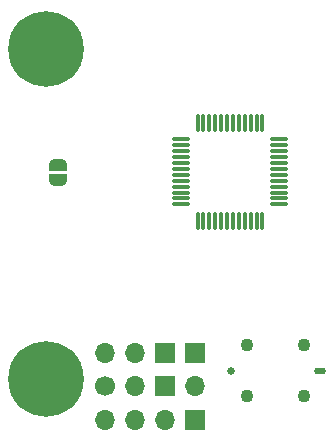
<source format=gbs>
G04 #@! TF.GenerationSoftware,KiCad,Pcbnew,7.0.7*
G04 #@! TF.CreationDate,2023-09-06T22:46:29-07:00*
G04 #@! TF.ProjectId,Memory Board,4d656d6f-7279-4204-926f-6172642e6b69,rev?*
G04 #@! TF.SameCoordinates,Original*
G04 #@! TF.FileFunction,Soldermask,Bot*
G04 #@! TF.FilePolarity,Negative*
%FSLAX46Y46*%
G04 Gerber Fmt 4.6, Leading zero omitted, Abs format (unit mm)*
G04 Created by KiCad (PCBNEW 7.0.7) date 2023-09-06 22:46:29*
%MOMM*%
%LPD*%
G01*
G04 APERTURE LIST*
G04 Aperture macros list*
%AMRoundRect*
0 Rectangle with rounded corners*
0 $1 Rounding radius*
0 $2 $3 $4 $5 $6 $7 $8 $9 X,Y pos of 4 corners*
0 Add a 4 corners polygon primitive as box body*
4,1,4,$2,$3,$4,$5,$6,$7,$8,$9,$2,$3,0*
0 Add four circle primitives for the rounded corners*
1,1,$1+$1,$2,$3*
1,1,$1+$1,$4,$5*
1,1,$1+$1,$6,$7*
1,1,$1+$1,$8,$9*
0 Add four rect primitives between the rounded corners*
20,1,$1+$1,$2,$3,$4,$5,0*
20,1,$1+$1,$4,$5,$6,$7,0*
20,1,$1+$1,$6,$7,$8,$9,0*
20,1,$1+$1,$8,$9,$2,$3,0*%
%AMFreePoly0*
4,1,19,0.500000,-0.750000,0.000000,-0.750000,0.000000,-0.744911,-0.071157,-0.744911,-0.207708,-0.704816,-0.327430,-0.627875,-0.420627,-0.520320,-0.479746,-0.390866,-0.500000,-0.250000,-0.500000,0.250000,-0.479746,0.390866,-0.420627,0.520320,-0.327430,0.627875,-0.207708,0.704816,-0.071157,0.744911,0.000000,0.744911,0.000000,0.750000,0.500000,0.750000,0.500000,-0.750000,0.500000,-0.750000,
$1*%
%AMFreePoly1*
4,1,19,0.000000,0.744911,0.071157,0.744911,0.207708,0.704816,0.327430,0.627875,0.420627,0.520320,0.479746,0.390866,0.500000,0.250000,0.500000,-0.250000,0.479746,-0.390866,0.420627,-0.520320,0.327430,-0.627875,0.207708,-0.704816,0.071157,-0.744911,0.000000,-0.744911,0.000000,-0.750000,-0.500000,-0.750000,-0.500000,0.750000,0.000000,0.750000,0.000000,0.744911,0.000000,0.744911,
$1*%
G04 Aperture macros list end*
%ADD10C,3.600000*%
%ADD11C,6.400000*%
%ADD12C,0.660000*%
%ADD13O,1.000000X0.580000*%
%ADD14C,1.100000*%
%ADD15C,1.700000*%
%ADD16O,1.700000X1.700000*%
%ADD17R,1.700000X1.700000*%
%ADD18RoundRect,0.075000X-0.075000X0.662500X-0.075000X-0.662500X0.075000X-0.662500X0.075000X0.662500X0*%
%ADD19RoundRect,0.075000X-0.662500X0.075000X-0.662500X-0.075000X0.662500X-0.075000X0.662500X0.075000X0*%
%ADD20FreePoly0,90.000000*%
%ADD21FreePoly1,90.000000*%
G04 APERTURE END LIST*
D10*
X30480000Y-58420000D03*
D11*
X30480000Y-58420000D03*
D10*
X30480000Y-30480000D03*
D11*
X30480000Y-30480000D03*
D12*
X46199400Y-57759600D03*
D13*
X53699400Y-57759600D03*
D14*
X47549400Y-55609600D03*
X47549400Y-59909600D03*
X52349400Y-55609600D03*
X52349400Y-59909600D03*
D15*
X35480000Y-59090000D03*
D16*
X38020000Y-59090000D03*
D17*
X40560000Y-59090000D03*
D16*
X43100000Y-59090000D03*
D17*
X43080000Y-56230000D03*
X40540000Y-56230000D03*
D16*
X38000000Y-56230000D03*
X35460000Y-56230000D03*
D17*
X43090000Y-61970000D03*
D16*
X40550000Y-61970000D03*
X38010000Y-61970000D03*
X35470000Y-61970000D03*
D18*
X43330800Y-36758500D03*
X43830800Y-36758500D03*
X44330800Y-36758500D03*
X44830800Y-36758500D03*
X45330800Y-36758500D03*
X45830800Y-36758500D03*
X46330800Y-36758500D03*
X46830800Y-36758500D03*
X47330800Y-36758500D03*
X47830800Y-36758500D03*
X48330800Y-36758500D03*
X48830800Y-36758500D03*
D19*
X50243300Y-38171000D03*
X50243300Y-38671000D03*
X50243300Y-39171000D03*
X50243300Y-39671000D03*
X50243300Y-40171000D03*
X50243300Y-40671000D03*
X50243300Y-41171000D03*
X50243300Y-41671000D03*
X50243300Y-42171000D03*
X50243300Y-42671000D03*
X50243300Y-43171000D03*
X50243300Y-43671000D03*
D18*
X48830800Y-45083500D03*
X48330800Y-45083500D03*
X47830800Y-45083500D03*
X47330800Y-45083500D03*
X46830800Y-45083500D03*
X46330800Y-45083500D03*
X45830800Y-45083500D03*
X45330800Y-45083500D03*
X44830800Y-45083500D03*
X44330800Y-45083500D03*
X43830800Y-45083500D03*
X43330800Y-45083500D03*
D19*
X41918300Y-43671000D03*
X41918300Y-43171000D03*
X41918300Y-42671000D03*
X41918300Y-42171000D03*
X41918300Y-41671000D03*
X41918300Y-41171000D03*
X41918300Y-40671000D03*
X41918300Y-40171000D03*
X41918300Y-39671000D03*
X41918300Y-39171000D03*
X41918300Y-38671000D03*
X41918300Y-38171000D03*
D20*
X31521399Y-41633999D03*
D21*
X31521399Y-40333999D03*
M02*

</source>
